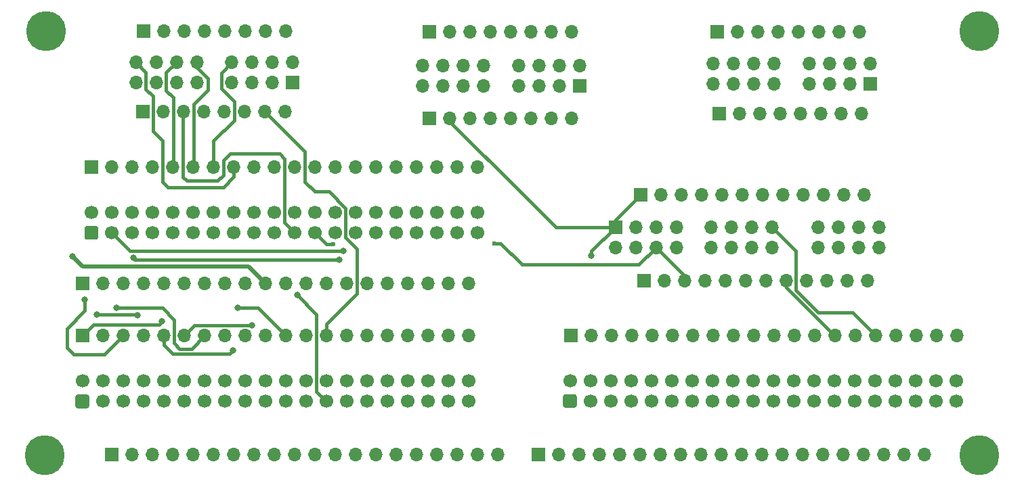
<source format=gbr>
G04 #@! TF.GenerationSoftware,KiCad,Pcbnew,5.1.7-a382d34a88~90~ubuntu20.04.1*
G04 #@! TF.CreationDate,2022-01-05T08:02:03-06:00*
G04 #@! TF.ProjectId,open-dash-daughterboard,6f70656e-2d64-4617-9368-2d6461756768,rev?*
G04 #@! TF.SameCoordinates,Original*
G04 #@! TF.FileFunction,Copper,L4,Bot*
G04 #@! TF.FilePolarity,Positive*
%FSLAX46Y46*%
G04 Gerber Fmt 4.6, Leading zero omitted, Abs format (unit mm)*
G04 Created by KiCad (PCBNEW 5.1.7-a382d34a88~90~ubuntu20.04.1) date 2022-01-05 08:02:03*
%MOMM*%
%LPD*%
G01*
G04 APERTURE LIST*
G04 #@! TA.AperFunction,ComponentPad*
%ADD10C,1.700000*%
G04 #@! TD*
G04 #@! TA.AperFunction,ComponentPad*
%ADD11C,5.000000*%
G04 #@! TD*
G04 #@! TA.AperFunction,ComponentPad*
%ADD12O,1.700000X1.700000*%
G04 #@! TD*
G04 #@! TA.AperFunction,ComponentPad*
%ADD13R,1.700000X1.700000*%
G04 #@! TD*
G04 #@! TA.AperFunction,ViaPad*
%ADD14C,0.800000*%
G04 #@! TD*
G04 #@! TA.AperFunction,ViaPad*
%ADD15C,0.600000*%
G04 #@! TD*
G04 #@! TA.AperFunction,Conductor*
%ADD16C,0.400000*%
G04 #@! TD*
G04 #@! TA.AperFunction,Conductor*
%ADD17C,0.500000*%
G04 #@! TD*
G04 APERTURE END LIST*
D10*
X146400000Y-172510000D03*
X143860000Y-172510000D03*
X141320000Y-172510000D03*
X138780000Y-172510000D03*
X136240000Y-172510000D03*
X133700000Y-172510000D03*
X131160000Y-172510000D03*
X128620000Y-172510000D03*
X126080000Y-172510000D03*
X123540000Y-172510000D03*
X121000000Y-172510000D03*
X118460000Y-172510000D03*
X115920000Y-172510000D03*
X113380000Y-172510000D03*
X110840000Y-172510000D03*
X108300000Y-172510000D03*
X105760000Y-172510000D03*
X103220000Y-172510000D03*
X100680000Y-172510000D03*
X98140000Y-172510000D03*
X146400000Y-175050000D03*
X143860000Y-175050000D03*
X141320000Y-175050000D03*
X138780000Y-175050000D03*
X136240000Y-175050000D03*
X133700000Y-175050000D03*
X131160000Y-175050000D03*
X128620000Y-175050000D03*
X126080000Y-175050000D03*
X123540000Y-175050000D03*
X121000000Y-175050000D03*
X118460000Y-175050000D03*
X115920000Y-175050000D03*
X113380000Y-175050000D03*
X110840000Y-175050000D03*
X108300000Y-175050000D03*
X105760000Y-175050000D03*
X103220000Y-175050000D03*
X100680000Y-175050000D03*
G04 #@! TA.AperFunction,ComponentPad*
G36*
G01*
X98740000Y-175900000D02*
X97540000Y-175900000D01*
G75*
G02*
X97290000Y-175650000I0J250000D01*
G01*
X97290000Y-174450000D01*
G75*
G02*
X97540000Y-174200000I250000J0D01*
G01*
X98740000Y-174200000D01*
G75*
G02*
X98990000Y-174450000I0J-250000D01*
G01*
X98990000Y-175650000D01*
G75*
G02*
X98740000Y-175900000I-250000J0D01*
G01*
G37*
G04 #@! TD.AperFunction*
X206220000Y-193560000D03*
X203680000Y-193560000D03*
X201140000Y-193560000D03*
X198600000Y-193560000D03*
X196060000Y-193560000D03*
X193520000Y-193560000D03*
X190980000Y-193560000D03*
X188440000Y-193560000D03*
X185900000Y-193560000D03*
X183360000Y-193560000D03*
X180820000Y-193560000D03*
X178280000Y-193560000D03*
X175740000Y-193560000D03*
X173200000Y-193560000D03*
X170660000Y-193560000D03*
X168120000Y-193560000D03*
X165580000Y-193560000D03*
X163040000Y-193560000D03*
X160500000Y-193560000D03*
X157960000Y-193560000D03*
X206220000Y-196100000D03*
X203680000Y-196100000D03*
X201140000Y-196100000D03*
X198600000Y-196100000D03*
X196060000Y-196100000D03*
X193520000Y-196100000D03*
X190980000Y-196100000D03*
X188440000Y-196100000D03*
X185900000Y-196100000D03*
X183360000Y-196100000D03*
X180820000Y-196100000D03*
X178280000Y-196100000D03*
X175740000Y-196100000D03*
X173200000Y-196100000D03*
X170660000Y-196100000D03*
X168120000Y-196100000D03*
X165580000Y-196100000D03*
X163040000Y-196100000D03*
X160500000Y-196100000D03*
G04 #@! TA.AperFunction,ComponentPad*
G36*
G01*
X158560000Y-196950000D02*
X157360000Y-196950000D01*
G75*
G02*
X157110000Y-196700000I0J250000D01*
G01*
X157110000Y-195500000D01*
G75*
G02*
X157360000Y-195250000I250000J0D01*
G01*
X158560000Y-195250000D01*
G75*
G02*
X158810000Y-195500000I0J-250000D01*
G01*
X158810000Y-196700000D01*
G75*
G02*
X158560000Y-196950000I-250000J0D01*
G01*
G37*
G04 #@! TD.AperFunction*
X145260000Y-193620000D03*
X142720000Y-193620000D03*
X140180000Y-193620000D03*
X137640000Y-193620000D03*
X135100000Y-193620000D03*
X132560000Y-193620000D03*
X130020000Y-193620000D03*
X127480000Y-193620000D03*
X124940000Y-193620000D03*
X122400000Y-193620000D03*
X119860000Y-193620000D03*
X117320000Y-193620000D03*
X114780000Y-193620000D03*
X112240000Y-193620000D03*
X109700000Y-193620000D03*
X107160000Y-193620000D03*
X104620000Y-193620000D03*
X102080000Y-193620000D03*
X99540000Y-193620000D03*
X97000000Y-193620000D03*
X145260000Y-196160000D03*
X142720000Y-196160000D03*
X140180000Y-196160000D03*
X137640000Y-196160000D03*
X135100000Y-196160000D03*
X132560000Y-196160000D03*
X130020000Y-196160000D03*
X127480000Y-196160000D03*
X124940000Y-196160000D03*
X122400000Y-196160000D03*
X119860000Y-196160000D03*
X117320000Y-196160000D03*
X114780000Y-196160000D03*
X112240000Y-196160000D03*
X109700000Y-196160000D03*
X107160000Y-196160000D03*
X104620000Y-196160000D03*
X102080000Y-196160000D03*
X99540000Y-196160000D03*
G04 #@! TA.AperFunction,ComponentPad*
G36*
G01*
X97600000Y-197010000D02*
X96400000Y-197010000D01*
G75*
G02*
X96150000Y-196760000I0J250000D01*
G01*
X96150000Y-195560000D01*
G75*
G02*
X96400000Y-195310000I250000J0D01*
G01*
X97600000Y-195310000D01*
G75*
G02*
X97850000Y-195560000I0J-250000D01*
G01*
X97850000Y-196760000D01*
G75*
G02*
X97600000Y-197010000I-250000J0D01*
G01*
G37*
G04 #@! TD.AperFunction*
D11*
X92260000Y-202920000D03*
X209160000Y-149820000D03*
X92460000Y-149820000D03*
X209160000Y-202920000D03*
D12*
X195140000Y-181070000D03*
X192600000Y-181070000D03*
X190060000Y-181070000D03*
X187520000Y-181070000D03*
X184980000Y-181070000D03*
X182440000Y-181070000D03*
X179900000Y-181070000D03*
X177360000Y-181070000D03*
X174820000Y-181070000D03*
X172280000Y-181070000D03*
X169740000Y-181070000D03*
D13*
X167200000Y-181070000D03*
D12*
X189000000Y-176870000D03*
X191540000Y-174330000D03*
X196620000Y-176870000D03*
X189000000Y-174330000D03*
X194080000Y-176870000D03*
X196620000Y-174330000D03*
X191540000Y-176870000D03*
X194080000Y-174330000D03*
D13*
X163650000Y-174330000D03*
D12*
X163650000Y-176870000D03*
X166190000Y-174330000D03*
X166190000Y-176870000D03*
X168730000Y-174330000D03*
X168730000Y-176870000D03*
X171270000Y-174330000D03*
X171270000Y-176870000D03*
X175650000Y-174330000D03*
X175650000Y-176870000D03*
X178190000Y-174330000D03*
X178190000Y-176870000D03*
X180730000Y-174330000D03*
X180730000Y-176870000D03*
X183270000Y-174330000D03*
X183270000Y-176870000D03*
X194740000Y-170270000D03*
X192200000Y-170270000D03*
X189660000Y-170270000D03*
X187120000Y-170270000D03*
X184580000Y-170270000D03*
X182040000Y-170270000D03*
X179500000Y-170270000D03*
X176960000Y-170270000D03*
X174420000Y-170270000D03*
X171880000Y-170270000D03*
X169340000Y-170270000D03*
D13*
X166800000Y-170270000D03*
D12*
X146420000Y-166820000D03*
X143880000Y-166820000D03*
X141340000Y-166820000D03*
X138800000Y-166820000D03*
X136260000Y-166820000D03*
X133720000Y-166820000D03*
X131180000Y-166820000D03*
X128640000Y-166820000D03*
X126100000Y-166820000D03*
X123560000Y-166820000D03*
X121020000Y-166820000D03*
X118480000Y-166820000D03*
X115940000Y-166820000D03*
X113400000Y-166820000D03*
X110860000Y-166820000D03*
X108320000Y-166820000D03*
X105780000Y-166820000D03*
X103240000Y-166820000D03*
X100700000Y-166820000D03*
D13*
X98160000Y-166820000D03*
D12*
X145320000Y-181420000D03*
X142780000Y-181420000D03*
X140240000Y-181420000D03*
X137700000Y-181420000D03*
X135160000Y-181420000D03*
X132620000Y-181420000D03*
X130080000Y-181420000D03*
X127540000Y-181420000D03*
X125000000Y-181420000D03*
X122460000Y-181420000D03*
X119920000Y-181420000D03*
X117380000Y-181420000D03*
X114840000Y-181420000D03*
X112300000Y-181420000D03*
X109760000Y-181420000D03*
X107220000Y-181420000D03*
X104680000Y-181420000D03*
X102140000Y-181420000D03*
X99600000Y-181420000D03*
D13*
X97060000Y-181420000D03*
D12*
X194120000Y-149875000D03*
X191580000Y-149875000D03*
X189040000Y-149875000D03*
X186500000Y-149875000D03*
X183960000Y-149875000D03*
X181420000Y-149875000D03*
X178880000Y-149875000D03*
D13*
X176340000Y-149875000D03*
D12*
X175890000Y-153895000D03*
X175890000Y-156435000D03*
X178430000Y-153895000D03*
X178430000Y-156435000D03*
X180970000Y-153895000D03*
X180970000Y-156435000D03*
X183510000Y-153895000D03*
X183510000Y-156435000D03*
X187890000Y-153895000D03*
X187890000Y-156435000D03*
X190430000Y-153895000D03*
X190430000Y-156435000D03*
X192970000Y-153895000D03*
X192970000Y-156435000D03*
X195510000Y-153895000D03*
D13*
X195510000Y-156435000D03*
D12*
X194420000Y-160175000D03*
X191880000Y-160175000D03*
X189340000Y-160175000D03*
X186800000Y-160175000D03*
X184260000Y-160175000D03*
X181720000Y-160175000D03*
X179180000Y-160175000D03*
D13*
X176640000Y-160175000D03*
D12*
X202280000Y-202820000D03*
X199740000Y-202820000D03*
X197200000Y-202820000D03*
X194660000Y-202820000D03*
X192120000Y-202820000D03*
X189580000Y-202820000D03*
X187040000Y-202820000D03*
X184500000Y-202820000D03*
X181960000Y-202820000D03*
X179420000Y-202820000D03*
X176880000Y-202820000D03*
X174340000Y-202820000D03*
X171800000Y-202820000D03*
X169260000Y-202820000D03*
X166720000Y-202820000D03*
X164180000Y-202820000D03*
X161640000Y-202820000D03*
X159100000Y-202820000D03*
X156560000Y-202820000D03*
D13*
X154020000Y-202820000D03*
D12*
X206320000Y-187920000D03*
X203780000Y-187920000D03*
X201240000Y-187920000D03*
X198700000Y-187920000D03*
X196160000Y-187920000D03*
X193620000Y-187920000D03*
X191080000Y-187920000D03*
X188540000Y-187920000D03*
X186000000Y-187920000D03*
X183460000Y-187920000D03*
X180920000Y-187920000D03*
X178380000Y-187920000D03*
X175840000Y-187920000D03*
X173300000Y-187920000D03*
X170760000Y-187920000D03*
X168220000Y-187920000D03*
X165680000Y-187920000D03*
X163140000Y-187920000D03*
X160600000Y-187920000D03*
D13*
X158060000Y-187920000D03*
D12*
X122400000Y-149850000D03*
X119860000Y-149850000D03*
X117320000Y-149850000D03*
X114780000Y-149850000D03*
X112240000Y-149850000D03*
X109700000Y-149850000D03*
X107160000Y-149850000D03*
D13*
X104620000Y-149850000D03*
D12*
X103700000Y-153700000D03*
X103700000Y-156240000D03*
X106240000Y-153700000D03*
X106240000Y-156240000D03*
X108780000Y-153700000D03*
X108780000Y-156240000D03*
X111320000Y-153700000D03*
X111320000Y-156240000D03*
X115700000Y-153700000D03*
X115700000Y-156240000D03*
X118240000Y-153700000D03*
X118240000Y-156240000D03*
X120780000Y-153700000D03*
X120780000Y-156240000D03*
X123320000Y-153700000D03*
D13*
X123320000Y-156240000D03*
D12*
X122350000Y-159890000D03*
X119810000Y-159890000D03*
X117270000Y-159890000D03*
X114730000Y-159890000D03*
X112190000Y-159890000D03*
X109650000Y-159890000D03*
X107110000Y-159890000D03*
D13*
X104570000Y-159890000D03*
D12*
X145320000Y-187920000D03*
X142780000Y-187920000D03*
X140240000Y-187920000D03*
X137700000Y-187920000D03*
X135160000Y-187920000D03*
X132620000Y-187920000D03*
X130080000Y-187920000D03*
X127540000Y-187920000D03*
X125000000Y-187920000D03*
X122460000Y-187920000D03*
X119920000Y-187920000D03*
X117380000Y-187920000D03*
X114840000Y-187920000D03*
X112300000Y-187920000D03*
X109760000Y-187920000D03*
X107220000Y-187920000D03*
X104680000Y-187920000D03*
X102140000Y-187920000D03*
X99600000Y-187920000D03*
D13*
X97060000Y-187920000D03*
D12*
X148920000Y-202820000D03*
X146380000Y-202820000D03*
X143840000Y-202820000D03*
X141300000Y-202820000D03*
X138760000Y-202820000D03*
X136220000Y-202820000D03*
X133680000Y-202820000D03*
X131140000Y-202820000D03*
X128600000Y-202820000D03*
X126060000Y-202820000D03*
X123520000Y-202820000D03*
X120980000Y-202820000D03*
X118440000Y-202820000D03*
X115900000Y-202820000D03*
X113360000Y-202820000D03*
X110820000Y-202820000D03*
X108280000Y-202820000D03*
X105740000Y-202820000D03*
X103200000Y-202820000D03*
D13*
X100660000Y-202820000D03*
D12*
X158210000Y-149920000D03*
X155670000Y-149920000D03*
X153130000Y-149920000D03*
X150590000Y-149920000D03*
X148050000Y-149920000D03*
X145510000Y-149920000D03*
X142970000Y-149920000D03*
D13*
X140430000Y-149920000D03*
D12*
X139570000Y-154130000D03*
X139570000Y-156670000D03*
X142110000Y-154130000D03*
X142110000Y-156670000D03*
X144650000Y-154130000D03*
X144650000Y-156670000D03*
X147190000Y-154130000D03*
X147190000Y-156670000D03*
X151570000Y-154130000D03*
X151570000Y-156670000D03*
X154110000Y-154130000D03*
X154110000Y-156670000D03*
X156650000Y-154130000D03*
X156650000Y-156670000D03*
X159190000Y-154130000D03*
D13*
X159190000Y-156670000D03*
D12*
X158210000Y-160720000D03*
X155670000Y-160720000D03*
X153130000Y-160720000D03*
X150590000Y-160720000D03*
X148050000Y-160720000D03*
X145510000Y-160720000D03*
X142970000Y-160720000D03*
D13*
X140430000Y-160720000D03*
D14*
X103350000Y-178210000D03*
X129120000Y-178400000D03*
X129640000Y-177350010D03*
X123841888Y-182855475D03*
X160640000Y-177930000D03*
X95760000Y-178020000D03*
X116437084Y-184409017D03*
X103860000Y-185380000D03*
X98820000Y-185280000D03*
X101310000Y-184460000D03*
X115840000Y-189770000D03*
X97300000Y-183410000D03*
X106970000Y-186160021D03*
X118211376Y-186647200D03*
D15*
X128350000Y-176500000D03*
X148525000Y-176375000D03*
D16*
X129120000Y-178400000D02*
X103540000Y-178400000D01*
X103540000Y-178400000D02*
X103350000Y-178210000D01*
X102980010Y-177350010D02*
X129640000Y-177350010D01*
X100680000Y-175050000D02*
X102980010Y-177350010D01*
X163650000Y-174330000D02*
X163650000Y-173420000D01*
X163650000Y-173420000D02*
X166800000Y-170270000D01*
X151985000Y-170110000D02*
X156205000Y-174330000D01*
X156205000Y-174330000D02*
X163650000Y-174330000D01*
X151960000Y-170110000D02*
X151985000Y-170110000D01*
X160640000Y-177335000D02*
X163645000Y-174330000D01*
X163645000Y-174330000D02*
X163650000Y-174330000D01*
X160640000Y-177930000D02*
X160640000Y-177335000D01*
X151960000Y-170110000D02*
X142970000Y-161120000D01*
X142970000Y-161120000D02*
X142970000Y-160720000D01*
X123841888Y-182855475D02*
X126289999Y-185303586D01*
X126289999Y-185303586D02*
X126289999Y-192959999D01*
X126289999Y-192959999D02*
X126229999Y-193019999D01*
X126229999Y-193019999D02*
X126229999Y-194909999D01*
X126229999Y-194909999D02*
X127480000Y-196160000D01*
X109650000Y-159890000D02*
X109609999Y-159930001D01*
X113930000Y-168530000D02*
X114650001Y-167809999D01*
X109609999Y-159930001D02*
X109609999Y-168079999D01*
X122289999Y-173799999D02*
X123540000Y-175050000D01*
X109609999Y-168079999D02*
X110060000Y-168530000D01*
X110060000Y-168530000D02*
X113930000Y-168530000D01*
X122289999Y-167479999D02*
X122289999Y-173799999D01*
X114650001Y-167809999D02*
X114650001Y-165990001D01*
X115470002Y-165170000D02*
X121680000Y-165170000D01*
X122309999Y-167459999D02*
X122289999Y-167479999D01*
X114650001Y-165990001D02*
X115470002Y-165170000D01*
X121680000Y-165170000D02*
X122309999Y-165799999D01*
X122309999Y-165799999D02*
X122309999Y-167459999D01*
D17*
X117810000Y-179280000D02*
X119920000Y-181390000D01*
X119920000Y-181390000D02*
X119920000Y-181420000D01*
X97020000Y-179280000D02*
X117810000Y-179280000D01*
X95760000Y-178020000D02*
X97020000Y-179280000D01*
D16*
X115940000Y-168022081D02*
X115940000Y-166820000D01*
X105820001Y-162320001D02*
X107030000Y-163530000D01*
X107690002Y-169330002D02*
X114632079Y-169330002D01*
X105820001Y-157930001D02*
X105820001Y-162320001D01*
X107030000Y-168670000D02*
X107690002Y-169330002D01*
X107030000Y-163530000D02*
X107030000Y-168670000D01*
X104950001Y-157060001D02*
X105820001Y-157930001D01*
X104950001Y-154950001D02*
X104950001Y-157060001D01*
X114632079Y-169330002D02*
X115940000Y-168022081D01*
X103700000Y-153700000D02*
X104950001Y-154950001D01*
X114370000Y-156970000D02*
X114370000Y-155030000D01*
X114370000Y-155030000D02*
X115700000Y-153700000D01*
X115980000Y-158580000D02*
X114370000Y-156970000D01*
X115980000Y-160950000D02*
X115980000Y-158580000D01*
X113400000Y-163530000D02*
X115980000Y-160950000D01*
X113400000Y-166820000D02*
X113400000Y-163530000D01*
X112690000Y-157200000D02*
X112690000Y-155759998D01*
X112690000Y-155759998D02*
X111320000Y-154389998D01*
X111320000Y-154389998D02*
X111320000Y-153700000D01*
X110900001Y-158989999D02*
X112690000Y-157200000D01*
X110860000Y-166820000D02*
X110900001Y-166779999D01*
X110900001Y-166779999D02*
X110900001Y-158989999D01*
X108360001Y-158120001D02*
X107490001Y-157250001D01*
X107490001Y-157250001D02*
X107490001Y-154989999D01*
X107490001Y-154989999D02*
X108780000Y-153700000D01*
X108320000Y-166820000D02*
X108360001Y-166779999D01*
X108360001Y-166779999D02*
X108360001Y-158120001D01*
X126050000Y-169890000D02*
X124810001Y-168650001D01*
X124810001Y-168650001D02*
X124810001Y-164890001D01*
X124810001Y-164890001D02*
X119810000Y-159890000D01*
X127850002Y-169890000D02*
X126050000Y-169890000D01*
X127540000Y-186470000D02*
X131369999Y-182640001D01*
X131369999Y-182640001D02*
X131369999Y-177110001D01*
X129909999Y-175650001D02*
X129909999Y-171949997D01*
X131369999Y-177110001D02*
X129909999Y-175650001D01*
X129909999Y-171949997D02*
X127850002Y-169890000D01*
X127540000Y-187920000D02*
X127540000Y-186470000D01*
X116437084Y-184409017D02*
X118949017Y-184409017D01*
X118949017Y-184409017D02*
X122460000Y-187920000D01*
X98820000Y-185280000D02*
X103760000Y-185280000D01*
X103760000Y-185280000D02*
X103860000Y-185380000D01*
X109190000Y-189560000D02*
X110660000Y-189560000D01*
X110660000Y-189560000D02*
X112300000Y-187920000D01*
X108509999Y-188879999D02*
X109190000Y-189560000D01*
X106990000Y-184460000D02*
X108509999Y-185979999D01*
X108509999Y-185979999D02*
X108509999Y-188879999D01*
X101310000Y-184460000D02*
X106990000Y-184460000D01*
X108267918Y-190169999D02*
X107220000Y-189122081D01*
X115440001Y-190169999D02*
X108267918Y-190169999D01*
X115840000Y-189770000D02*
X115440001Y-190169999D01*
X107220000Y-189122081D02*
X107220000Y-187920000D01*
X95910000Y-190300000D02*
X99760000Y-190300000D01*
X99760000Y-190300000D02*
X102140000Y-187920000D01*
X95070000Y-189460000D02*
X95910000Y-190300000D01*
X95070000Y-187030000D02*
X95070000Y-189460000D01*
X97300000Y-184800000D02*
X95070000Y-187030000D01*
X97300000Y-183410000D02*
X97300000Y-184800000D01*
X98419980Y-186560020D02*
X106570001Y-186560020D01*
X106570001Y-186560020D02*
X106970000Y-186160021D01*
X97060000Y-187920000D02*
X98419980Y-186560020D01*
X111032800Y-186647200D02*
X118211376Y-186647200D01*
X109760000Y-187920000D02*
X111032800Y-186647200D01*
X191080000Y-187920000D02*
X191045000Y-187920000D01*
X184980000Y-181855000D02*
X184980000Y-181070000D01*
X191045000Y-187920000D02*
X184980000Y-181855000D01*
X189013542Y-185040000D02*
X193280000Y-185040000D01*
X186230001Y-182256458D02*
X189013542Y-185040000D01*
X193280000Y-185040000D02*
X196160000Y-187920000D01*
X186230001Y-177290001D02*
X186230001Y-182256458D01*
X183270000Y-174330000D02*
X186230001Y-177290001D01*
X128350000Y-176500000D02*
X127530000Y-176500000D01*
X127530000Y-176500000D02*
X126080000Y-175050000D01*
X151975000Y-179050000D02*
X149300000Y-176375000D01*
X149300000Y-176375000D02*
X148525000Y-176375000D01*
X166550000Y-179050000D02*
X151975000Y-179050000D01*
X168730000Y-176870000D02*
X172280000Y-180420000D01*
X172280000Y-180420000D02*
X172280000Y-181070000D01*
X166550000Y-179050000D02*
X168730000Y-176870000D01*
M02*

</source>
